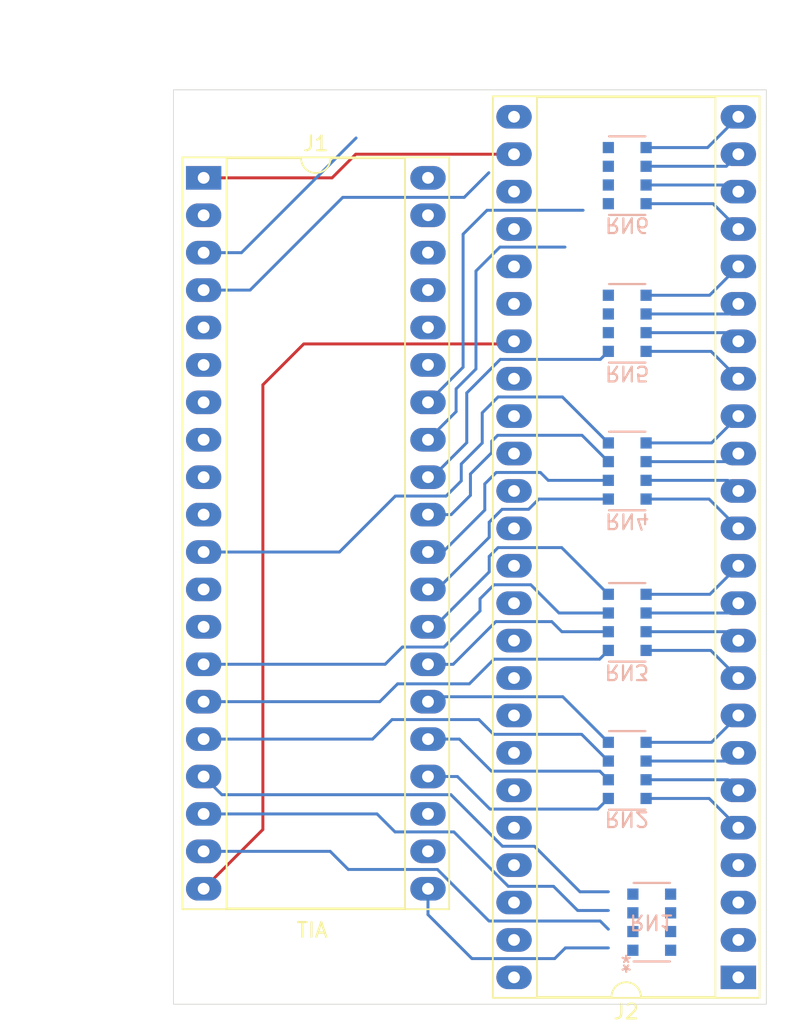
<source format=kicad_pcb>
(kicad_pcb (version 20240108) (generator "pcbnew") (generator_version "8.0")
  (layers (0 "F.Cu" signal) (31 "B.Cu" signal) (34 "B.Paste" user) (35 "F.Paste" user) (36 "B.SilkS" user "B.Silkscreen") (37 "F.SilkS" user "F.Silkscreen") (38 "B.Mask" user) (39 "F.Mask" user) (44 "Edge.Cuts" user))
  (net 0 "")
  (net 1 "/OSC")
  (net 2 "/P1")
  (net 5 "/D2")
  (net 6 "/P3")
  (net 7 "/P0")
  (net 8 "/CS3_N")
  (net 9 "/D4")
  (net 10 "/A1")
  (net 11 "/PHI0")
  (net 14 "/D1")
  (net 16 "/T1")
  (net 19 "/D0")
  (net 20 "/CS0_N")
  (net 21 "/A0")
  (net 22 "/D6")
  (net 24 "/A5")
  (net 26 "/T0")
  (net 27 "/D7")
  (net 28 "/A3")
  (net 29 "/A4")
  (net 30 "/P2")
  (net 31 "/A2")
  (net 33 "GND")
  (net 34 "/R{slash}W")
  (net 35 "/PHI2")
  (net 37 "/D5")
  (net 38 "/D3")
  (net 39 "+5V")
  (net 40 "/RDY")
  (net 43 "Net-(J2-Pin_19)")
  (net 44 "Net-(J2-Pin_15)")
  (net 45 "Net-(J2-Pin_12)")
  (net 48 "Net-(J2-Pin_10)")
  (net 50 "Net-(J2-Pin_6)")
  (net 51 "Net-(J2-Pin_20)")
  (net 53 "Net-(J2-Pin_21)")
  (net 54 "Net-(J2-Pin_14)")
  (net 56 "+3V3")
  (net 58 "Net-(J2-Pin_9)")
  (net 60 "Net-(J2-Pin_30)")
  (net 61 "Net-(J2-Pin_11)")
  (net 63 "Net-(J2-Pin_16)")
  (net 66 "Net-(J2-Pin_28)")
  (net 67 "Net-(J2-Pin_17)")
  (net 69 "Net-(J2-Pin_23)")
  (net 70 "Net-(J2-Pin_22)")
  (net 73 "Net-(J2-Pin_8)")
  (net 75 "Net-(J2-Pin_29)")
  (net 76 "Net-(J2-Pin_5)")
  (net 78 "Net-(J2-Pin_13)")
  (net 79 "Net-(J2-Pin_18)")
  (net 80 "Net-(J2-Pin_24)")
  (net 82 "Net-(J2-Pin_7)")
  (net 84 "Net-(J2-Pin_27)")
  (net 86 "unconnected-(J2-Pin_3-Pad3)")
  (footprint "Package_DIP:DIP-48_W15.24mm_Socket_LongPads" (layer "F.Cu") (at 146.55 127.95 180)
    (property "Reference" "J2" (at 7.62 -2.33 180) (layer "F.SilkS"))
    (property "Value" "Conn_02x24_Counter_Clockwise")
    (fp_line (start 16.68 59.81) (end 16.68 -1.39) (stroke (width 0.12)) (layer "F.SilkS"))
    (fp_line (start 16.68 -1.39) (end -1.44 -1.39) (stroke (width 0.12)) (layer "F.SilkS"))
    (fp_line (start 13.68 59.75) (end 13.68 -1.33) (stroke (width 0.12)) (layer "F.SilkS"))
    (fp_line (start 13.68 -1.33) (end 8.62 -1.33) (stroke (width 0.12)) (layer "F.SilkS"))
    (fp_line (start 6.62 -1.33) (end 1.56 -1.33) (stroke (width 0.12)) (layer "F.SilkS"))
    (fp_line (start 1.56 59.75) (end 13.68 59.75) (stroke (width 0.12)) (layer "F.SilkS"))
    (fp_line (start 1.56 -1.33) (end 1.56 59.75) (stroke (width 0.12)) (layer "F.SilkS"))
    (fp_line (start -1.44 59.81) (end 16.68 59.81) (stroke (width 0.12)) (layer "F.SilkS"))
    (fp_line (start -1.44 -1.39) (end -1.44 59.81) (stroke (width 0.12)) (layer "F.SilkS"))
    (fp_arc (start 8.62 -1.33) (mid 7.62 -0.33) (end 6.62 -1.33) (stroke (width 0.12)) (layer "F.SilkS"))
    (pad "1" thru_hole rect (at 0 0 180) (size 2.4 1.6) (drill 0.8) (layers "*.Cu" "*.Mask"))
    (pad "2" thru_hole oval (at 0 2.54 180) (size 2.4 1.6) (drill 0.8) (layers "*.Cu" "*.Mask"))
    (pad "3" thru_hole oval (at 0 5.08 180) (size 2.4 1.6) (drill 0.8) (layers "*.Cu" "*.Mask") (net 86 "unconnected-(J2-Pin_3-Pad3)"))
    (pad "4" thru_hole oval (at 0 7.62 180) (size 2.4 1.6) (drill 0.8) (layers "*.Cu" "*.Mask"))
    (pad "5" thru_hole oval (at 0 10.16 180) (size 2.4 1.6) (drill 0.8) (layers "*.Cu" "*.Mask") (net 76 "Net-(J2-Pin_5)"))
    (pad "6" thru_hole oval (at 0 12.7 180) (size 2.4 1.6) (drill 0.8) (layers "*.Cu" "*.Mask") (net 50 "Net-(J2-Pin_6)"))
    (pad "7" thru_hole oval (at 0 15.24 180) (size 2.4 1.6) (drill 0.8) (layers "*.Cu" "*.Mask") (net 82 "Net-(J2-Pin_7)"))
    (pad "8" thru_hole oval (at 0 17.78 180) (size 2.4 1.6) (drill 0.8) (layers "*.Cu" "*.Mask") (net 73 "Net-(J2-Pin_8)"))
    (pad "9" thru_hole oval (at 0 20.32 180) (size 2.4 1.6) (drill 0.8) (layers "*.Cu" "*.Mask") (net 58 "Net-(J2-Pin_9)"))
    (pad "10" thru_hole oval (at 0 22.86 180) (size 2.4 1.6) (drill 0.8) (layers "*.Cu" "*.Mask") (net 48 "Net-(J2-Pin_10)"))
    (pad "11" thru_hole oval (at 0 25.4 180) (size 2.4 1.6) (drill 0.8) (layers "*.Cu" "*.Mask") (net 61 "Net-(J2-Pin_11)"))
    (pad "12" thru_hole oval (at 0 27.94 180) (size 2.4 1.6) (drill 0.8) (layers "*.Cu" "*.Mask") (net 45 "Net-(J2-Pin_12)"))
    (pad "13" thru_hole oval (at 0 30.48 180) (size 2.4 1.6) (drill 0.8) (layers "*.Cu" "*.Mask") (net 78 "Net-(J2-Pin_13)"))
    (pad "14" thru_hole oval (at 0 33.02 180) (size 2.4 1.6) (drill 0.8) (layers "*.Cu" "*.Mask") (net 54 "Net-(J2-Pin_14)"))
    (pad "15" thru_hole oval (at 0 35.56 180) (size 2.4 1.6) (drill 0.8) (layers "*.Cu" "*.Mask") (net 44 "Net-(J2-Pin_15)"))
    (pad "16" thru_hole oval (at 0 38.1 180) (size 2.4 1.6) (drill 0.8) (layers "*.Cu" "*.Mask") (net 63 "Net-(J2-Pin_16)"))
    (pad "17" thru_hole oval (at 0 40.64 180) (size 2.4 1.6) (drill 0.8) (layers "*.Cu" "*.Mask") (net 67 "Net-(J2-Pin_17)"))
    (pad "18" thru_hole oval (at 0 43.18 180) (size 2.4 1.6) (drill 0.8) (layers "*.Cu" "*.Mask") (net 79 "Net-(J2-Pin_18)"))
    (pad "19" thru_hole oval (at 0 45.72 180) (size 2.4 1.6) (drill 0.8) (layers "*.Cu" "*.Mask") (net 43 "Net-(J2-Pin_19)"))
    (pad "20" thru_hole oval (at 0 48.26 180) (size 2.4 1.6) (drill 0.8) (layers "*.Cu" "*.Mask") (net 51 "Net-(J2-Pin_20)"))
    (pad "21" thru_hole oval (at 0 50.8 180) (size 2.4 1.6) (drill 0.8) (layers "*.Cu" "*.Mask") (net 53 "Net-(J2-Pin_21)"))
    (pad "22" thru_hole oval (at 0 53.34 180) (size 2.4 1.6) (drill 0.8) (layers "*.Cu" "*.Mask") (net 70 "Net-(J2-Pin_22)"))
    (pad "23" thru_hole oval (at 0 55.88 180) (size 2.4 1.6) (drill 0.8) (layers "*.Cu" "*.Mask") (net 69 "Net-(J2-Pin_23)"))
    (pad "24" thru_hole oval (at 0 58.42 180) (size 2.4 1.6) (drill 0.8) (layers "*.Cu" "*.Mask") (net 80 "Net-(J2-Pin_24)"))
    (pad "25" thru_hole oval (at 15.24 58.42 180) (size 2.4 1.6) (drill 0.8) (layers "*.Cu" "*.Mask") (net 56 "+3V3"))
    (pad "26" thru_hole oval (at 15.24 55.88 180) (size 2.4 1.6) (drill 0.8) (layers "*.Cu" "*.Mask") (net 33 "GND"))
    (pad "27" thru_hole oval (at 15.24 53.34 180) (size 2.4 1.6) (drill 0.8) (layers "*.Cu" "*.Mask") (net 84 "Net-(J2-Pin_27)"))
    (pad "28" thru_hole oval (at 15.24 50.8 180) (size 2.4 1.6) (drill 0.8) (layers "*.Cu" "*.Mask") (net 66 "Net-(J2-Pin_28)"))
    (pad "29" thru_hole oval (at 15.24 48.26 180) (size 2.4 1.6) (drill 0.8) (layers "*.Cu" "*.Mask") (net 75 "Net-(J2-Pin_29)"))
    (pad "30" thru_hole oval (at 15.24 45.72 180) (size 2.4 1.6) (drill 0.8) (layers "*.Cu" "*.Mask") (net 60 "Net-(J2-Pin_30)"))
    (pad "31" thru_hole oval (at 15.24 43.18 180) (size 2.4 1.6) (drill 0.8) (layers "*.Cu" "*.Mask") (net 39 "+5V"))
    (pad "32" thru_hole oval (at 15.24 40.64 180) (size 2.4 1.6) (drill 0.8) (layers "*.Cu" "*.Mask"))
    (pad "33" thru_hole oval (at 15.24 38.1 180) (size 2.4 1.6) (drill 0.8) (layers "*.Cu" "*.Mask"))
    (pad "34" thru_hole oval (at 15.24 35.56 180) (size 2.4 1.6) (drill 0.8) (layers "*.Cu" "*.Mask"))
    (pad "35" thru_hole oval (at 15.24 33.02 180) (size 2.4 1.6) (drill 0.8) (layers "*.Cu" "*.Mask"))
    (pad "36" thru_hole oval (at 15.24 30.48 180) (size 2.4 1.6) (drill 0.8) (layers "*.Cu" "*.Mask"))
    (pad "37" thru_hole oval (at 15.24 27.94 180) (size 2.4 1.6) (drill 0.8) (layers "*.Cu" "*.Mask"))
    (pad "38" thru_hole oval (at 15.24 25.4 180) (size 2.4 1.6) (drill 0.8) (layers "*.Cu" "*.Mask"))
    (pad "39" thru_hole oval (at 15.24 22.86 180) (size 2.4 1.6) (drill 0.8) (layers "*.Cu" "*.Mask"))
    (pad "40" thru_hole oval (at 15.24 20.32 180) (size 2.4 1.6) (drill 0.8) (layers "*.Cu" "*.Mask"))
    (pad "41" thru_hole oval (at 15.24 17.78 180) (size 2.4 1.6) (drill 0.8) (layers "*.Cu" "*.Mask"))
    (pad "42" thru_hole oval (at 15.24 15.24 180) (size 2.4 1.6) (drill 0.8) (layers "*.Cu" "*.Mask"))
    (pad "43" thru_hole oval (at 15.24 12.7 180) (size 2.4 1.6) (drill 0.8) (layers "*.Cu" "*.Mask"))
    (pad "44" thru_hole oval (at 15.24 10.16 180) (size 2.4 1.6) (drill 0.8) (layers "*.Cu" "*.Mask"))
    (pad "45" thru_hole oval (at 15.24 7.62 180) (size 2.4 1.6) (drill 0.8) (layers "*.Cu" "*.Mask"))
    (pad "46" thru_hole oval (at 15.24 5.08 180) (size 2.4 1.6) (drill 0.8) (layers "*.Cu" "*.Mask"))
    (pad "47" thru_hole oval (at 15.24 2.54 180) (size 2.4 1.6) (drill 0.8) (layers "*.Cu" "*.Mask"))
    (pad "48" thru_hole oval (at 15.24 0 180) (size 2.4 1.6) (drill 0.8) (layers "*.Cu" "*.Mask"))
  )
  (footprint "Package_DIP:DIP-40_W15.24mm_Socket_LongPads" (layer "F.Cu") (at 110.225 73.675)
    (property "Reference" "J1" (at 7.62 -2.33 0) (layer "F.SilkS"))
    (property "Value" "Conn_02x20_Counter_Clockwise")
    (fp_line (start -1.44 -1.39) (end -1.44 49.65) (stroke (width 0.12)) (layer "F.SilkS"))
    (fp_line (start -1.44 49.65) (end 16.68 49.65) (stroke (width 0.12)) (layer "F.SilkS"))
    (fp_line (start 1.56 -1.33) (end 1.56 49.59) (stroke (width 0.12)) (layer "F.SilkS"))
    (fp_line (start 1.56 49.59) (end 13.68 49.59) (stroke (width 0.12)) (layer "F.SilkS"))
    (fp_line (start 6.62 -1.33) (end 1.56 -1.33) (stroke (width 0.12)) (layer "F.SilkS"))
    (fp_line (start 13.68 -1.33) (end 8.62 -1.33) (stroke (width 0.12)) (layer "F.SilkS"))
    (fp_line (start 13.68 49.59) (end 13.68 -1.33) (stroke (width 0.12)) (layer "F.SilkS"))
    (fp_line (start 16.68 -1.39) (end -1.44 -1.39) (stroke (width 0.12)) (layer "F.SilkS"))
    (fp_line (start 16.68 49.65) (end 16.68 -1.39) (stroke (width 0.12)) (layer "F.SilkS"))
    (fp_arc (start 8.62 -1.33) (mid 7.62 -0.33) (end 6.62 -1.33) (stroke (width 0.12)) (layer "F.SilkS"))
    (pad "1" thru_hole rect (at 0 0) (size 2.4 1.6) (drill 0.8) (layers "*.Cu" "*.Mask") (net 33 "GND"))
    (pad "2" thru_hole oval (at 0 2.54) (size 2.4 1.6) (drill 0.8) (layers "*.Cu" "*.Mask"))
    (pad "3" thru_hole oval (at 0 5.08) (size 2.4 1.6) (drill 0.8) (layers "*.Cu" "*.Mask") (net 40 "/RDY"))
    (pad "4" thru_hole oval (at 0 7.62) (size 2.4 1.6) (drill 0.8) (layers "*.Cu" "*.Mask") (net 11 "/PHI0"))
    (pad "5" thru_hole oval (at 0 10.16) (size 2.4 1.6) (drill 0.8) (layers "*.Cu" "*.Mask"))
    (pad "6" thru_hole oval (at 0 12.7) (size 2.4 1.6) (drill 0.8) (layers "*.Cu" "*.Mask"))
    (pad "7" thru_hole oval (at 0 15.24) (size 2.4 1.6) (drill 0.8) (layers "*.Cu" "*.Mask"))
    (pad "8" thru_hole oval (at 0 17.78) (size 2.4 1.6) (drill 0.8) (layers "*.Cu" "*.Mask"))
    (pad "9" thru_hole oval (at 0 20.32) (size 2.4 1.6) (drill 0.8) (layers "*.Cu" "*.Mask"))
    (pad "10" thru_hole oval (at 0 22.86) (size 2.4 1.6) (drill 0.8) (layers "*.Cu" "*.Mask"))
    (pad "11" thru_hole oval (at 0 25.4) (size 2.4 1.6) (drill 0.8) (layers "*.Cu" "*.Mask") (net 1 "/OSC"))
    (pad "12" thru_hole oval (at 0 27.94) (size 2.4 1.6) (drill 0.8) (layers "*.Cu" "*.Mask"))
    (pad "13" thru_hole oval (at 0 30.48) (size 2.4 1.6) (drill 0.8) (layers "*.Cu" "*.Mask"))
    (pad "14" thru_hole oval (at 0 33.02) (size 2.4 1.6) (drill 0.8) (layers "*.Cu" "*.Mask") (net 19 "/D0"))
    (pad "15" thru_hole oval (at 0 35.56) (size 2.4 1.6) (drill 0.8) (layers "*.Cu" "*.Mask") (net 14 "/D1"))
    (pad "16" thru_hole oval (at 0 38.1) (size 2.4 1.6) (drill 0.8) (layers "*.Cu" "*.Mask") (net 5 "/D2"))
    (pad "17" thru_hole oval (at 0 40.64) (size 2.4 1.6) (drill 0.8) (layers "*.Cu" "*.Mask") (net 38 "/D3"))
    (pad "18" thru_hole oval (at 0 43.18) (size 2.4 1.6) (drill 0.8) (layers "*.Cu" "*.Mask") (net 9 "/D4"))
    (pad "19" thru_hole oval (at 0 45.72) (size 2.4 1.6) (drill 0.8) (layers "*.Cu" "*.Mask") (net 37 "/D5"))
    (pad "20" thru_hole oval (at 0 48.26) (size 2.4 1.6) (drill 0.8) (layers "*.Cu" "*.Mask") (net 39 "+5V"))
    (pad "21" thru_hole oval (at 15.24 48.26) (size 2.4 1.6) (drill 0.8) (layers "*.Cu" "*.Mask") (net 8 "/CS3_N"))
    (pad "22" thru_hole oval (at 15.24 45.72) (size 2.4 1.6) (drill 0.8) (layers "*.Cu" "*.Mask"))
    (pad "23" thru_hole oval (at 15.24 43.18) (size 2.4 1.6) (drill 0.8) (layers "*.Cu" "*.Mask"))
    (pad "24" thru_hole oval (at 15.24 40.64) (size 2.4 1.6) (drill 0.8) (layers "*.Cu" "*.Mask") (net 20 "/CS0_N"))
    (pad "25" thru_hole oval (at 15.24 38.1) (size 2.4 1.6) (drill 0.8) (layers "*.Cu" "*.Mask") (net 34 "/R{slash}W"))
    (pad "26" thru_hole oval (at 15.24 35.56) (size 2.4 1.6) (drill 0.8) (layers "*.Cu" "*.Mask") (net 35 "/PHI2"))
    (pad "27" thru_hole oval (at 15.24 33.02) (size 2.4 1.6) (drill 0.8) (layers "*.Cu" "*.Mask") (net 24 "/A5"))
    (pad "28" thru_hole oval (at 15.24 30.48) (size 2.4 1.6) (drill 0.8) (layers "*.Cu" "*.Mask") (net 29 "/A4"))
    (pad "29" thru_hole oval (at 15.24 27.94) (size 2.4 1.6) (drill 0.8) (layers "*.Cu" "*.Mask") (net 28 "/A3"))
    (pad "30" thru_hole oval (at 15.24 25.4) (size 2.4 1.6) (drill 0.8) (layers "*.Cu" "*.Mask") (net 31 "/A2"))
    (pad "31" thru_hole oval (at 15.24 22.86) (size 2.4 1.6) (drill 0.8) (layers "*.Cu" "*.Mask") (net 10 "/A1"))
    (pad "32" thru_hole oval (at 15.24 20.32) (size 2.4 1.6) (drill 0.8) (layers "*.Cu" "*.Mask") (net 21 "/A0"))
    (pad "33" thru_hole oval (at 15.24 17.78) (size 2.4 1.6) (drill 0.8) (layers "*.Cu" "*.Mask") (net 22 "/D6"))
    (pad "34" thru_hole oval (at 15.24 15.24) (size 2.4 1.6) (drill 0.8) (layers "*.Cu" "*.Mask") (net 27 "/D7"))
    (pad "35" thru_hole oval (at 15.24 12.7) (size 2.4 1.6) (drill 0.8) (layers "*.Cu" "*.Mask") (net 16 "/T1"))
    (pad "36" thru_hole oval (at 15.24 10.16) (size 2.4 1.6) (drill 0.8) (layers "*.Cu" "*.Mask") (net 26 "/T0"))
    (pad "37" thru_hole oval (at 15.24 7.62) (size 2.4 1.6) (drill 0.8) (layers "*.Cu" "*.Mask") (net 6 "/P3"))
    (pad "38" thru_hole oval (at 15.24 5.08) (size 2.4 1.6) (drill 0.8) (layers "*.Cu" "*.Mask") (net 30 "/P2"))
    (pad "39" thru_hole oval (at 15.24 2.54) (size 2.4 1.6) (drill 0.8) (layers "*.Cu" "*.Mask") (net 2 "/P1"))
    (pad "40" thru_hole oval (at 15.24 0) (size 2.4 1.6) (drill 0.8) (layers "*.Cu" "*.Mask") (net 7 "/P0"))
  )
  (footprint "User_Library:RES_2012_S8V_5P08X2P2_PAN-M" (layer "B.Cu") (at 140.6673 124.205)
    (property "Reference" "RN1" (at 0 0 180) (layer "B.SilkS") (effects (justify mirror)))
    (property "Value" "R_Pack04")
    (fp_line (start 1.2319 -2.667) (end -1.2319 -2.667) (stroke (width 0.1524)) (layer "B.SilkS"))
    (fp_line (start 1.2319 2.667) (end -1.2319 2.667) (stroke (width 0.1524)) (layer "B.SilkS"))
    (fp_text user "*" (at -1.7399 2.8194 360) (layer "B.SilkS") (effects (justify mirror)))
    (fp_text user "*" (at -1.7399 2.8194 180) (layer "B.SilkS") (effects (justify mirror)))
    (pad "1" smd rect (at -1.2827 1.905) (size 0.762 0.762) (layers "B.Cu" "B.Paste" "B.Mask") (net 60 "Net-(J2-Pin_30)"))
    (pad "2" smd rect (at -1.2827 0.635) (size 0.762 0.762) (layers "B.Cu" "B.Paste" "B.Mask") (net 75 "Net-(J2-Pin_29)"))
    (pad "3" smd rect (at -1.2827 -0.635) (size 0.762 0.762) (layers "B.Cu" "B.Paste" "B.Mask") (net 66 "Net-(J2-Pin_28)"))
    (pad "4" smd rect (at -1.2827 -1.905) (size 0.762 0.762) (layers "B.Cu" "B.Paste" "B.Mask") (net 84 "Net-(J2-Pin_27)"))
    (pad "5" smd rect (at 1.2827 -1.905) (size 0.762 0.762) (layers "B.Cu" "B.Paste" "B.Mask") (net 38 "/D3"))
    (pad "6" smd rect (at 1.2827 -0.635) (size 0.762 0.762) (layers "B.Cu" "B.Paste" "B.Mask") (net 9 "/D4"))
    (pad "7" smd rect (at 1.2827 0.635) (size 0.762 0.762) (layers "B.Cu" "B.Paste" "B.Mask") (net 37 "/D5"))
    (pad "8" smd rect (at 1.2827 1.905) (size 0.762 0.762) (layers "B.Cu" "B.Paste" "B.Mask") (net 8 "/CS3_N"))
  )
  (footprint "User_Library:RES_2012_S8V_5P08X2P2_PAN-M" (layer "B.Cu") (at 139 103.85)
    (property "Reference" "RN3" (at -0.025 3.375 180) (layer "B.SilkS") (effects (justify mirror)))
    (property "Value" "R_Pack04")
    (fp_line (start 1.2319 -2.667) (end -1.2319 -2.667) (stroke (width 0.1524)) (layer "B.SilkS"))
    (fp_line (start 1.2319 2.667) (end -1.2319 2.667) (stroke (width 0.1524)) (layer "B.SilkS"))
    (pad "1" smd rect (at -1.2827 1.905) (size 0.762 0.762) (layers "B.Cu" "B.Paste" "B.Mask") (net 14 "/D1"))
    (pad "2" smd rect (at -1.2827 0.635) (size 0.762 0.762) (layers "B.Cu" "B.Paste" "B.Mask") (net 24 "/A5"))
    (pad "3" smd rect (at -1.2827 -0.635) (size 0.762 0.762) (layers "B.Cu" "B.Paste" "B.Mask") (net 19 "/D0"))
    (pad "4" smd rect (at -1.2827 -1.905) (size 0.762 0.762) (layers "B.Cu" "B.Paste" "B.Mask") (net 29 "/A4"))
    (pad "5" smd rect (at 1.2827 -1.905) (size 0.762 0.762) (layers "B.Cu" "B.Paste" "B.Mask") (net 45 "Net-(J2-Pin_12)"))
    (pad "6" smd rect (at 1.2827 -0.635) (size 0.762 0.762) (layers "B.Cu" "B.Paste" "B.Mask") (net 61 "Net-(J2-Pin_11)"))
    (pad "7" smd rect (at 1.2827 0.635) (size 0.762 0.762) (layers "B.Cu" "B.Paste" "B.Mask") (net 48 "Net-(J2-Pin_10)"))
    (pad "8" smd rect (at 1.2827 1.905) (size 0.762 0.762) (layers "B.Cu" "B.Paste" "B.Mask") (net 58 "Net-(J2-Pin_9)"))
  )
  (footprint "User_Library:RES_2012_S8V_5P08X2P2_PAN-M" (layer "B.Cu") (at 139 73.525)
    (property "Reference" "RN6" (at 0 3.35 180) (layer "B.SilkS") (effects (justify mirror)))
    (property "Value" "R_Pack04")
    (fp_line (start 1.2319 -2.667) (end -1.2319 -2.667) (stroke (width 0.1524)) (layer "B.SilkS"))
    (fp_line (start 1.2319 2.667) (end -1.2319 2.667) (stroke (width 0.1524)) (layer "B.SilkS"))
    (pad "1" smd rect (at -1.2827 1.905) (size 0.762 0.762) (layers "B.Cu" "B.Paste" "B.Mask") (net 40 "/RDY"))
    (pad "2" smd rect (at -1.2827 0.635) (size 0.762 0.762) (layers "B.Cu" "B.Paste" "B.Mask"))
    (pad "3" smd rect (at -1.2827 -0.635) (size 0.762 0.762) (layers "B.Cu" "B.Paste" "B.Mask"))
    (pad "4" smd rect (at -1.2827 -1.905) (size 0.762 0.762) (layers "B.Cu" "B.Paste" "B.Mask"))
    (pad "5" smd rect (at 1.2827 -1.905) (size 0.762 0.762) (layers "B.Cu" "B.Paste" "B.Mask") (net 80 "Net-(J2-Pin_24)"))
    (pad "6" smd rect (at 1.2827 -0.635) (size 0.762 0.762) (layers "B.Cu" "B.Paste" "B.Mask") (net 69 "Net-(J2-Pin_23)"))
    (pad "7" smd rect (at 1.2827 0.635) (size 0.762 0.762) (layers "B.Cu" "B.Paste" "B.Mask") (net 70 "Net-(J2-Pin_22)"))
    (pad "8" smd rect (at 1.2827 1.905) (size 0.762 0.762) (layers "B.Cu" "B.Paste" "B.Mask") (net 53 "Net-(J2-Pin_21)"))
  )
  (footprint "User_Library:RES_2012_S8V_5P08X2P2_PAN-M" (layer "B.Cu") (at 139 113.9)
    (property "Reference" "RN2" (at -0.025 3.3 180) (layer "B.SilkS") (effects (justify mirror)))
    (property "Value" "R_Pack04")
    (fp_line (start 1.2319 -2.667) (end -1.2319 -2.667) (stroke (width 0.1524)) (layer "B.SilkS"))
    (fp_line (start 1.2319 2.667) (end -1.2319 2.667) (stroke (width 0.1524)) (layer "B.SilkS"))
    (pad "1" smd rect (at -1.2827 1.905) (size 0.762 0.762) (layers "B.Cu" "B.Paste" "B.Mask") (net 20 "/CS0_N"))
    (pad "2" smd rect (at -1.2827 0.635) (size 0.762 0.762) (layers "B.Cu" "B.Paste" "B.Mask") (net 34 "/R{slash}W"))
    (pad "3" smd rect (at -1.2827 -0.635) (size 0.762 0.762) (layers "B.Cu" "B.Paste" "B.Mask") (net 5 "/D2"))
    (pad "4" smd rect (at -1.2827 -1.905) (size 0.762 0.762) (layers "B.Cu" "B.Paste" "B.Mask") (net 35 "/PHI2"))
    (pad "5" smd rect (at 1.2827 -1.905) (size 0.762 0.762) (layers "B.Cu" "B.Paste" "B.Mask") (net 73 "Net-(J2-Pin_8)"))
    (pad "6" smd rect (at 1.2827 -0.635) (size 0.762 0.762) (layers "B.Cu" "B.Paste" "B.Mask") (net 82 "Net-(J2-Pin_7)"))
    (pad "7" smd rect (at 1.2827 0.635) (size 0.762 0.762) (layers "B.Cu" "B.Paste" "B.Mask") (net 50 "Net-(J2-Pin_6)"))
    (pad "8" smd rect (at 1.2827 1.905) (size 0.762 0.762) (layers "B.Cu" "B.Paste" "B.Mask") (net 76 "Net-(J2-Pin_5)"))
  )
  (footprint "User_Library:RES_2012_S8V_5P08X2P2_PAN-M" (layer "B.Cu") (at 139 83.55)
    (property "Reference" "RN5" (at 0 3.4 180) (layer "B.SilkS") (effects (justify mirror)))
    (property "Value" "R_Pack04")
    (fp_line (start 1.2319 -2.667) (end -1.2319 -2.667) (stroke (width 0.1524)) (layer "B.SilkS"))
    (fp_line (start 1.2319 2.667) (end -1.2319 2.667) (stroke (width 0.1524)) (layer "B.SilkS"))
    (pad "1" smd rect (at -1.2827 1.905) (size 0.762 0.762) (layers "B.Cu" "B.Paste" "B.Mask") (net 21 "/A0"))
    (pad "2" smd rect (at -1.2827 0.635) (size 0.762 0.762) (layers "B.Cu" "B.Paste" "B.Mask") (net 22 "/D6"))
    (pad "3" smd rect (at -1.2827 -0.635) (size 0.762 0.762) (layers "B.Cu" "B.Paste" "B.Mask") (net 27 "/D7"))
    (pad "4" smd rect (at -1.2827 -1.905) (size 0.762 0.762) (layers "B.Cu" "B.Paste" "B.Mask") (net 11 "/PHI0"))
    (pad "5" smd rect (at 1.2827 -1.905) (size 0.762 0.762) (layers "B.Cu" "B.Paste" "B.Mask") (net 51 "Net-(J2-Pin_20)"))
    (pad "6" smd rect (at 1.2827 -0.635) (size 0.762 0.762) (layers "B.Cu" "B.Paste" "B.Mask") (net 43 "Net-(J2-Pin_19)"))
    (pad "7" smd rect (at 1.2827 0.635) (size 0.762 0.762) (layers "B.Cu" "B.Paste" "B.Mask") (net 79 "Net-(J2-Pin_18)"))
    (pad "8" smd rect (at 1.2827 1.905) (size 0.762 0.762) (layers "B.Cu" "B.Paste" "B.Mask") (net 67 "Net-(J2-Pin_17)"))
  )
  (footprint "User_Library:RES_2012_S8V_5P08X2P2_PAN-M" (layer "B.Cu") (at 139 93.575)
    (property "Reference" "RN4" (at 0 3.4 180) (layer "B.SilkS") (effects (justify mirror)))
    (property "Value" "R_Pack04")
    (fp_line (start 1.2319 -2.667) (end -1.2319 -2.667) (stroke (width 0.1524)) (layer "B.SilkS"))
    (fp_line (start 1.2319 2.667) (end -1.2319 2.667) (stroke (width 0.1524)) (layer "B.SilkS"))
    (pad "1" smd rect (at -1.2827 1.905) (size 0.762 0.762) (layers "B.Cu" "B.Paste" "B.Mask") (net 28 "/A3"))
    (pad "2" smd rect (at -1.2827 0.635) (size 0.762 0.762) (layers "B.Cu" "B.Paste" "B.Mask") (net 31 "/A2"))
    (pad "3" smd rect (at -1.2827 -0.635) (size 0.762 0.762) (layers "B.Cu" "B.Paste" "B.Mask") (net 10 "/A1"))
    (pad "4" smd rect (at -1.2827 -1.905) (size 0.762 0.762) (layers "B.Cu" "B.Paste" "B.Mask") (net 1 "/OSC"))
    (pad "5" smd rect (at 1.2827 -1.905) (size 0.762 0.762) (layers "B.Cu" "B.Paste" "B.Mask") (net 63 "Net-(J2-Pin_16)"))
    (pad "6" smd rect (at 1.2827 -0.635) (size 0.762 0.762) (layers "B.Cu" "B.Paste" "B.Mask") (net 44 "Net-(J2-Pin_15)"))
    (pad "7" smd rect (at 1.2827 0.635) (size 0.762 0.762) (layers "B.Cu" "B.Paste" "B.Mask") (net 54 "Net-(J2-Pin_14)"))
    (pad "8" smd rect (at 1.2827 1.905) (size 0.762 0.762) (layers "B.Cu" "B.Paste" "B.Mask") (net 78 "Net-(J2-Pin_13)"))
  )
  (gr_rect (start 108.175 67.7) (end 148.45 129.775) (stroke (width 0.05)) (fill none) (layer "Edge.Cuts"))
  (gr_text "TIA\n" (at 116.45 125.325 0) (layer "F.SilkS") (effects (font (size 1 1)) (justify left bottom)))
  (segment (start 129.15 89.625) (end 130.225 88.55) (width 0.2) (layer "B.Cu") (net 1))
  (segment (start 134.5973 88.55) (end 137.7173 91.67) (width 0.2) (layer "B.Cu") (net 1))
  (segment (start 110.225 99.075) (end 119.45 99.075) (width 0.2) (layer "B.Cu") (net 1))
  (segment (start 127.725 94.25) (end 127.725 93.1) (width 0.2) (layer "B.Cu") (net 1))
  (segment (start 130.225 88.55) (end 134.5973 88.55) (width 0.2) (layer "B.Cu") (net 1))
  (segment (start 126.7 95.275) (end 127.725 94.25) (width 0.2) (layer "B.Cu") (net 1))
  (segment (start 127.725 93.1) (end 129.15 91.675) (width 0.2) (layer "B.Cu") (net 1))
  (segment (start 119.45 99.075) (end 123.25 95.275) (width 0.2) (layer "B.Cu") (net 1))
  (segment (start 123.25 95.275) (end 126.7 95.275) (width 0.2) (layer "B.Cu") (net 1))
  (segment (start 129.15 91.675) (end 129.15 89.625) (width 0.2) (layer "B.Cu") (net 1))
  (segment (start 135.9023 111.45) (end 137.7173 113.265) (width 0.2) (layer "B.Cu") (net 5))
  (segment (start 121.7 111.775) (end 123.025 110.45) (width 0.2) (layer "B.Cu") (net 5))
  (segment (start 128.925 110.45) (end 129.925 111.45) (width 0.2) (layer "B.Cu") (net 5))
  (segment (start 110.225 111.775) (end 121.7 111.775) (width 0.2) (layer "B.Cu") (net 5))
  (segment (start 129.925 111.45) (end 135.9023 111.45) (width 0.2) (layer "B.Cu") (net 5))
  (segment (start 123.025 110.45) (end 128.925 110.45) (width 0.2) (layer "B.Cu") (net 5))
  (segment (start 128.45 126.675) (end 134.075 126.675) (width 0.2) (layer "B.Cu") (net 8))
  (segment (start 125.465 123.69) (end 128.45 126.675) (width 0.2) (layer "B.Cu") (net 8))
  (segment (start 125.465 121.935) (end 125.465 123.69) (width 0.2) (layer "B.Cu") (net 8))
  (segment (start 134.8 125.95) (end 137.7173 125.95) (width 0.2) (layer "B.Cu") (net 8))
  (segment (start 134.075 126.675) (end 134.8 125.95) (width 0.2) (layer "B.Cu") (net 8))
  (segment (start 130.92 121.77) (end 133.995 121.77) (width 0.2) (layer "B.Cu") (net 9))
  (segment (start 122.005 116.855) (end 123.225 118.075) (width 0.2) (layer "B.Cu") (net 9))
  (segment (start 135.635 123.41) (end 137.7173 123.41) (width 0.2) (layer "B.Cu") (net 9))
  (segment (start 110.225 116.855) (end 122.005 116.855) (width 0.2) (layer "B.Cu") (net 9))
  (segment (start 123.225 118.075) (end 127.225 118.075) (width 0.2) (layer "B.Cu") (net 9))
  (segment (start 133.995 121.77) (end 135.635 123.41) (width 0.2) (layer "B.Cu") (net 9))
  (segment (start 127.225 118.075) (end 130.92 121.77) (width 0.2) (layer "B.Cu") (net 9))
  (segment (start 127.04 96.535) (end 128.35 95.225) (width 0.2) (layer "B.Cu") (net 10))
  (segment (start 128.35 95.225) (end 128.35 93.775) (width 0.2) (layer "B.Cu") (net 10))
  (segment (start 130.2 91.15) (end 135.9273 91.15) (width 0.2) (layer "B.Cu") (net 10))
  (segment (start 128.35 93.775) (end 129.8 92.325) (width 0.2) (layer "B.Cu") (net 10))
  (segment (start 125.465 96.535) (end 127.04 96.535) (width 0.2) (layer "B.Cu") (net 10))
  (segment (start 135.9273 91.15) (end 137.7173 92.94) (width 0.2) (layer "B.Cu") (net 10))
  (segment (start 129.8 91.55) (end 130.2 91.15) (width 0.2) (layer "B.Cu") (net 10))
  (segment (start 129.8 92.325) (end 129.8 91.55) (width 0.2) (layer "B.Cu") (net 10))
  (segment (start 129.6 73.325) (end 127.925 75) (width 0.2) (layer "B.Cu") (net 11))
  (segment (start 113.38 81.295) (end 110.225 81.295) (width 0.2) (layer "B.Cu") (net 11))
  (segment (start 119.675 75) (end 113.38 81.295) (width 0.2) (layer "B.Cu") (net 11))
  (segment (start 127.925 75) (end 119.675 75) (width 0.2) (layer "B.Cu") (net 11))
  (segment (start 110.225 109.235) (end 122.19 109.235) (width 0.2) (layer "B.Cu") (net 14))
  (segment (start 123.4 108.025) (end 128.275 108.025) (width 0.2) (layer "B.Cu") (net 14))
  (segment (start 137.1223 106.35) (end 137.7173 105.755) (width 0.2) (layer "B.Cu") (net 14))
  (segment (start 129.95 106.35) (end 137.1223 106.35) (width 0.2) (layer "B.Cu") (net 14))
  (segment (start 122.19 109.235) (end 123.4 108.025) (width 0.2) (layer "B.Cu") (net 14))
  (segment (start 128.275 108.025) (end 129.95 106.35) (width 0.2) (layer "B.Cu") (net 14))
  (segment (start 129 103.075) (end 129 102.25) (width 0.2) (layer "B.Cu") (net 19))
  (segment (start 129.95 101.3) (end 132.45 101.3) (width 0.2) (layer "B.Cu") (net 19))
  (segment (start 123.725 105.525) (end 126.55 105.525) (width 0.2) (layer "B.Cu") (net 19))
  (segment (start 129 102.25) (end 129.95 101.3) (width 0.2) (layer "B.Cu") (net 19))
  (segment (start 122.555 106.695) (end 123.725 105.525) (width 0.2) (layer "B.Cu") (net 19))
  (segment (start 126.55 105.525) (end 129 103.075) (width 0.2) (layer "B.Cu") (net 19))
  (segment (start 110.225 106.695) (end 122.555 106.695) (width 0.2) (layer "B.Cu") (net 19))
  (segment (start 134.365 103.215) (end 137.7173 103.215) (width 0.2) (layer "B.Cu") (net 19))
  (segment (start 132.45 101.3) (end 134.365 103.215) (width 0.2) (layer "B.Cu") (net 19))
  (segment (start 127.465 114.315) (end 129.675 116.525) (width 0.2) (layer "B.Cu") (net 20))
  (segment (start 136.9973 116.525) (end 137.7173 115.805) (width 0.2) (layer "B.Cu") (net 20))
  (segment (start 125.465 114.315) (end 127.465 114.315) (width 0.2) (layer "B.Cu") (net 20))
  (segment (start 129.675 116.525) (end 136.9973 116.525) (width 0.2) (layer "B.Cu") (net 20))
  (segment (start 125.755 93.995) (end 125.465 93.995) (width 0.2) (layer "B.Cu") (net 21))
  (segment (start 137.1723 86) (end 130.375 86) (width 0.2) (layer "B.Cu") (net 21))
  (segment (start 137.7173 85.455) (end 137.1723 86) (width 0.2) (layer "B.Cu") (net 21))
  (segment (start 128.1 88.275) (end 128.1 91.65) (width 0.2) (layer "B.Cu") (net 21))
  (segment (start 128.1 91.65) (end 125.755 93.995) (width 0.2) (layer "B.Cu") (net 21))
  (segment (start 130.375 86) (end 128.1 88.275) (width 0.2) (layer "B.Cu") (net 21))
  (segment (start 128.725 80) (end 128.725 86.65) (width 0.2) (layer "B.Cu") (net 22))
  (segment (start 127.375 89.545) (end 125.465 91.455) (width 0.2) (layer "B.Cu") (net 22))
  (segment (start 128.725 86.65) (end 127.375 88) (width 0.2) (layer "B.Cu") (net 22))
  (segment (start 130.35 78.375) (end 128.725 80) (width 0.2) (layer "B.Cu") (net 22))
  (segment (start 134.7723 78.375) (end 130.35 78.375) (width 0.2) (layer "B.Cu") (net 22))
  (segment (start 127.375 88) (end 127.375 89.545) (width 0.2) (layer "B.Cu") (net 22))
  (segment (start 133.875 103.8) (end 134.56 104.485) (width 0.2) (layer "B.Cu") (net 24))
  (segment (start 130.075 103.8) (end 133.875 103.8) (width 0.2) (layer "B.Cu") (net 24))
  (segment (start 134.56 104.485) (end 137.7173 104.485) (width 0.2) (layer "B.Cu") (net 24))
  (segment (start 127.175 106.7) (end 130.075 103.8) (width 0.2) (layer "B.Cu") (net 24))
  (segment (start 125.545 106.695) (end 125.55 106.7) (width 0.2) (layer "B.Cu") (net 24))
  (segment (start 125.465 106.695) (end 125.545 106.695) (width 0.2) (layer "B.Cu") (net 24))
  (segment (start 125.55 106.7) (end 127.175 106.7) (width 0.2) (layer "B.Cu") (net 24))
  (segment (start 127.85 77.5) (end 129.475 75.875) (width 0.2) (layer "B.Cu") (net 27))
  (segment (start 127.85 86.53) (end 127.85 77.5) (width 0.2) (layer "B.Cu") (net 27))
  (segment (start 125.465 88.915) (end 127.85 86.53) (width 0.2) (layer "B.Cu") (net 27))
  (segment (start 129.475 75.875) (end 136.0023 75.875) (width 0.2) (layer "B.Cu") (net 27))
  (segment (start 132.3 96.175) (end 132.995 95.48) (width 0.2) (layer "B.Cu") (net 28))
  (segment (start 129.625 97.05) (end 130.5 96.175) (width 0.2) (layer "B.Cu") (net 28))
  (segment (start 132.995 95.48) (end 137.7173 95.48) (width 0.2) (layer "B.Cu") (net 28))
  (segment (start 130.5 96.175) (end 132.3 96.175) (width 0.2) (layer "B.Cu") (net 28))
  (segment (start 129.625 98.075) (end 129.625 97.05) (width 0.2) (layer "B.Cu") (net 28))
  (segment (start 126.085 101.615) (end 129.625 98.075) (width 0.2) (layer "B.Cu") (net 28))
  (segment (start 125.465 101.615) (end 126.085 101.615) (width 0.2) (layer "B.Cu") (net 28))
  (segment (start 125.465 104.155) (end 125.895 104.155) (width 0.2) (layer "B.Cu") (net 29))
  (segment (start 129.625 100.425) (end 129.625 99.375) (width 0.2) (layer "B.Cu") (net 29))
  (segment (start 129.625 99.375) (end 130.225 98.775) (width 0.2) (layer "B.Cu") (net 29))
  (segment (start 134.5473 98.775) (end 137.7173 101.945) (width 0.2) (layer "B.Cu") (net 29))
  (segment (start 130.225 98.775) (end 134.5473 98.775) (width 0.2) (layer "B.Cu") (net 29))
  (segment (start 125.895 104.155) (end 129.625 100.425) (width 0.2) (layer "B.Cu") (net 29))
  (segment (start 129.325 94.45) (end 130.1 93.675) (width 0.2) (layer "B.Cu") (net 31))
  (segment (start 133.1 93.675) (end 133.635 94.21) (width 0.2) (layer "B.Cu") (net 31))
  (segment (start 133.635 94.21) (end 137.7173 94.21) (width 0.2) (layer "B.Cu") (net 31))
  (segment (start 129.325 96.225) (end 129.325 94.45) (width 0.2) (layer "B.Cu") (net 31))
  (segment (start 126.475 99.075) (end 129.325 96.225) (width 0.2) (layer "B.Cu") (net 31))
  (segment (start 125.465 99.075) (end 126.475 99.075) (width 0.2) (layer "B.Cu") (net 31))
  (segment (start 130.1 93.675) (end 133.1 93.675) (width 0.2) (layer "B.Cu") (net 31))
  (segment (start 118.95 73.675) (end 120.555 72.07) (width 0.2) (layer "F.Cu") (net 33))
  (segment (start 110.225 73.675) (end 118.95 73.675) (width 0.2) (layer "F.Cu") (net 33))
  (segment (start 120.555 72.07) (end 131.31 72.07) (width 0.2) (layer "F.Cu") (net 33))
  (segment (start 137.7173 114.535) (end 137.1323 113.95) (width 0.2) (layer "B.Cu") (net 34))
  (segment (start 127.6 111.775) (end 125.465 111.775) (width 0.2) (layer "B.Cu") (net 34))
  (segment (start 129.775 113.95) (end 127.6 111.775) (width 0.2) (layer "B.Cu") (net 34))
  (segment (start 137.1323 113.95) (end 129.775 113.95) (width 0.2) (layer "B.Cu") (net 34))
  (segment (start 137.7173 111.995) (end 134.6223 108.9) (width 0.2) (layer "B.Cu") (net 35))
  (segment (start 134.6223 108.9) (end 125.8 108.9) (width 0.2) (layer "B.Cu") (net 35))
  (segment (start 125.8 108.9) (end 125.465 109.235) (width 0.2) (layer "B.Cu") (net 35))
  (segment (start 120.05 120.625) (end 126.110635 120.625) (width 0.2) (layer "B.Cu") (net 37))
  (segment (start 137.1623 124.125) (end 137.7173 124.68) (width 0.2) (layer "B.Cu") (net 37))
  (segment (start 118.82 119.395) (end 120.05 120.625) (width 0.2) (layer "B.Cu") (net 37))
  (segment (start 129.610635 124.125) (end 137.1623 124.125) (width 0.2) (layer "B.Cu") (net 37))
  (segment (start 110.225 119.395) (end 118.82 119.395) (width 0.2) (layer "B.Cu") (net 37))
  (segment (start 126.110635 120.625) (end 129.610635 124.125) (width 0.2) (layer "B.Cu") (net 37))
  (segment (start 130.525 119.05) (end 127.025 115.55) (width 0.2) (layer "B.Cu") (net 38))
  (segment (start 111.46 115.55) (end 110.225 114.315) (width 0.2) (layer "B.Cu") (net 38))
  (segment (start 127.025 115.55) (end 111.46 115.55) (width 0.2) (layer "B.Cu") (net 38))
  (segment (start 137.7173 122.14) (end 135.79 122.14) (width 0.2) (layer "B.Cu") (net 38))
  (segment (start 132.7 119.05) (end 130.525 119.05) (width 0.2) (layer "B.Cu") (net 38))
  (segment (start 135.79 122.14) (end 132.7 119.05) (width 0.2) (layer "B.Cu") (net 38))
  (segment (start 114.25 87.725) (end 114.25 117.91) (width 0.2) (layer "F.Cu") (net 39))
  (segment (start 131.13 84.95) (end 117.025 84.95) (width 0.2) (layer "F.Cu") (net 39))
  (segment (start 117.025 84.95) (end 114.25 87.725) (width 0.2) (layer "F.Cu") (net 39))
  (segment (start 131.31 84.77) (end 131.13 84.95) (width 0.2) (layer "F.Cu") (net 39))
  (segment (start 114.25 117.91) (end 110.225 121.935) (width 0.2) (layer "F.Cu") (net 39))
  (segment (start 110.225 78.755) (end 112.795 78.755) (width 0.2) (layer "B.Cu") (net 40))
  (segment (start 112.795 78.755) (end 120.58 70.97) (width 0.2) (layer "B.Cu") (net 40))
  (segment (start 145.865 82.915) (end 146.55 82.23) (width 0.2) (layer "B.Cu") (net 43))
  (segment (start 140.2827 82.915) (end 145.865 82.915) (width 0.2) (layer "B.Cu") (net 43))
  (segment (start 146 92.94) (end 146.55 92.39) (width 0.2) (layer "B.Cu") (net 44))
  (segment (start 140.2827 92.94) (end 146 92.94) (width 0.2) (layer "B.Cu") (net 44))
  (segment (start 144.615 101.945) (end 146.55 100.01) (width 0.2) (layer "B.Cu") (net 45))
  (segment (start 140.2827 101.945) (end 144.615 101.945) (width 0.2) (layer "B.Cu") (net 45))
  (segment (start 140.2827 104.485) (end 145.945 104.485) (width 0.2) (layer "B.Cu") (net 48))
  (segment (start 145.945 104.485) (end 146.55 105.09) (width 0.2) (layer "B.Cu") (net 48))
  (segment (start 140.2827 114.535) (end 145.835 114.535) (width 0.2) (layer "B.Cu") (net 50))
  (segment (start 145.835 114.535) (end 146.55 115.25) (width 0.2) (layer "B.Cu") (net 50))
  (segment (start 144.595 81.645) (end 146.55 79.69) (width 0.2) (layer "B.Cu") (net 51))
  (segment (start 140.2827 81.645) (end 144.595 81.645) (width 0.2) (layer "B.Cu") (net 51))
  (segment (start 144.83 75.43) (end 146.55 77.15) (width 0.2) (layer "B.Cu") (net 53))
  (segment (start 140.2827 75.43) (end 144.83 75.43) (width 0.2) (layer "B.Cu") (net 53))
  (segment (start 140.2827 94.21) (end 145.83 94.21) (width 0.2) (layer "B.Cu") (net 54))
  (segment (start 145.83 94.21) (end 146.55 94.93) (width 0.2) (layer "B.Cu") (net 54))
  (segment (start 140.2827 105.755) (end 144.675 105.755) (width 0.2) (layer "B.Cu") (net 58))
  (segment (start 144.675 105.755) (end 146.55 107.63) (width 0.2) (layer "B.Cu") (net 58))
  (segment (start 145.885 103.215) (end 146.55 102.55) (width 0.2) (layer "B.Cu") (net 61))
  (segment (start 140.2827 103.215) (end 145.885 103.215) (width 0.2) (layer "B.Cu") (net 61))
  (segment (start 140.2827 91.67) (end 144.73 91.67) (width 0.2) (layer "B.Cu") (net 63))
  (segment (start 144.73 91.67) (end 146.55 89.85) (width 0.2) (layer "B.Cu") (net 63))
  (segment (start 144.695 85.455) (end 146.55 87.31) (width 0.2) (layer "B.Cu") (net 67))
  (segment (start 140.2827 85.455) (end 144.695 85.455) (width 0.2) (layer "B.Cu") (net 67))
  (segment (start 145.73 72.89) (end 146.55 72.07) (width 0.2) (layer "B.Cu") (net 69))
  (segment (start 140.2827 72.89) (end 145.73 72.89) (width 0.2) (layer "B.Cu") (net 69))
  (segment (start 146.1 74.16) (end 146.55 74.61) (width 0.2) (layer "B.Cu") (net 70))
  (segment (start 140.2827 74.16) (end 146.1 74.16) (width 0.2) (layer "B.Cu") (net 70))
  (segment (start 140.2827 111.995) (end 144.725 111.995) (width 0.2) (layer "B.Cu") (net 73))
  (segment (start 144.725 111.995) (end 146.55 110.17) (width 0.2) (layer "B.Cu") (net 73))
  (segment (start 144.565 115.805) (end 146.55 117.79) (width 0.2) (layer "B.Cu") (net 76))
  (segment (start 140.2827 115.805) (end 144.565 115.805) (width 0.2) (layer "B.Cu") (net 76))
  (segment (start 140.2827 95.48) (end 144.56 95.48) (width 0.2) (layer "B.Cu") (net 78))
  (segment (start 144.56 95.48) (end 146.55 97.47) (width 0.2) (layer "B.Cu") (net 78))
  (segment (start 140.2827 84.185) (end 145.965 84.185) (width 0.2) (layer "B.Cu") (net 79))
  (segment (start 145.965 84.185) (end 146.55 84.77) (width 0.2) (layer "B.Cu") (net 79))
  (segment (start 144.46 71.62) (end 146.55 69.53) (width 0.2) (layer "B.Cu") (net 80))
  (segment (start 140.2827 71.62) (end 144.46 71.62) (width 0.2) (layer "B.Cu") (net 80))
  (segment (start 145.995 113.265) (end 146.55 112.71) (width 0.2) (layer "B.Cu") (net 82))
  (segment (start 140.2827 113.265) (end 145.995 113.265) (width 0.2) (layer "B.Cu") (net 82))
  (segment (start 146.01 123.41) (end 146.55 122.87) (width 0.2) (layer "B.Cu") (net 86))
)
</source>
